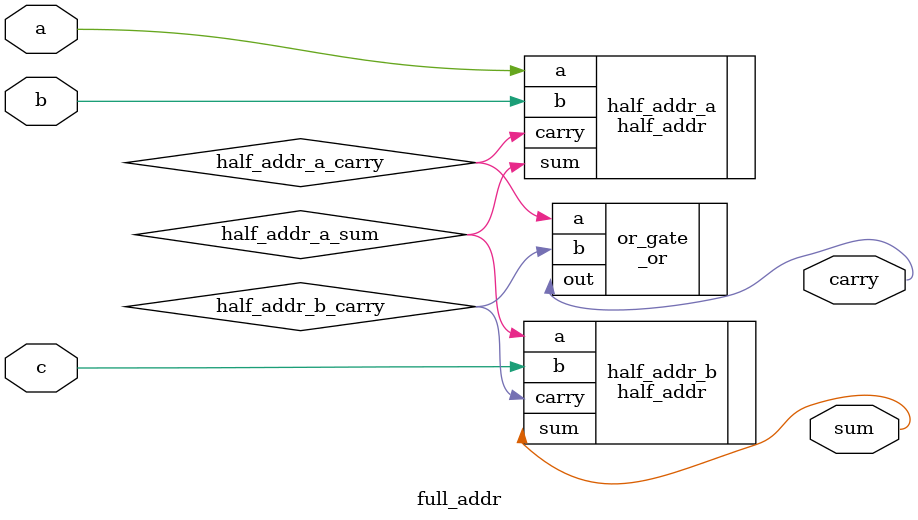
<source format=sv>
`default_nettype none

module full_addr(
    input wire a,
    input wire b,
    input wire c,
    output wire sum,
    output wire carry
);
    wire half_addr_a_sum, half_addr_a_carry, half_addr_b_carry;

    half_addr half_addr_a(
        .a(a),
        .b(b),
        .sum(half_addr_a_sum),
        .carry(half_addr_a_carry)
    );

    half_addr half_addr_b(
        .a(half_addr_a_sum),
        .b(c),
        .sum(sum),
        .carry(half_addr_b_carry)
    );

    _or or_gate(
        .a(half_addr_a_carry),
        .b(half_addr_b_carry),
        .out(carry)
    );
endmodule

`default_nettype wire

</source>
